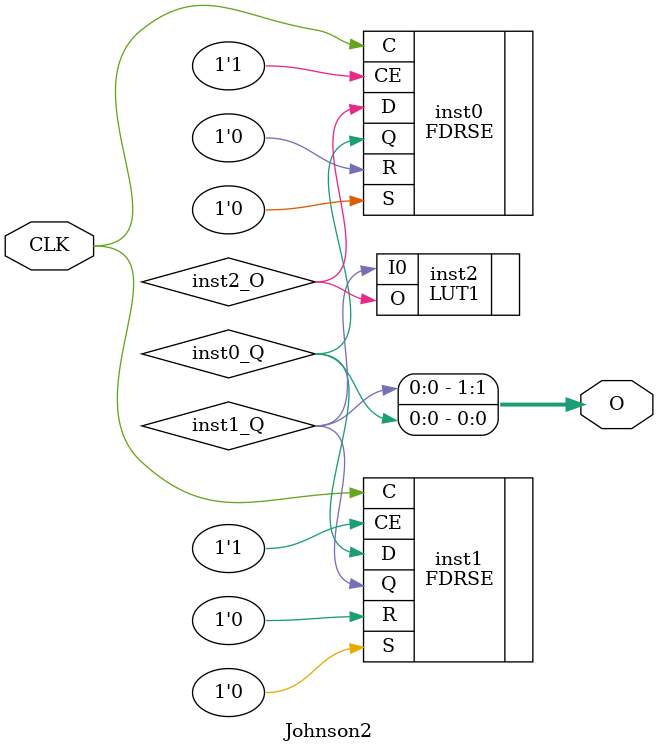
<source format=v>
module Johnson2 (output [1:0] O, input  CLK);
wire  inst0_Q;
wire  inst1_Q;
wire  inst2_O;
FDRSE #(.INIT(1'h0)) inst0 (.C(CLK), .CE(1'b1), .R(1'b0), .S(1'b0), .D(inst2_O), .Q(inst0_Q));
FDRSE #(.INIT(1'h0)) inst1 (.C(CLK), .CE(1'b1), .R(1'b0), .S(1'b0), .D(inst0_Q), .Q(inst1_Q));
LUT1 #(.INIT(2'h1)) inst2 (.I0(inst1_Q), .O(inst2_O));
assign O = {inst1_Q,inst0_Q};
endmodule


</source>
